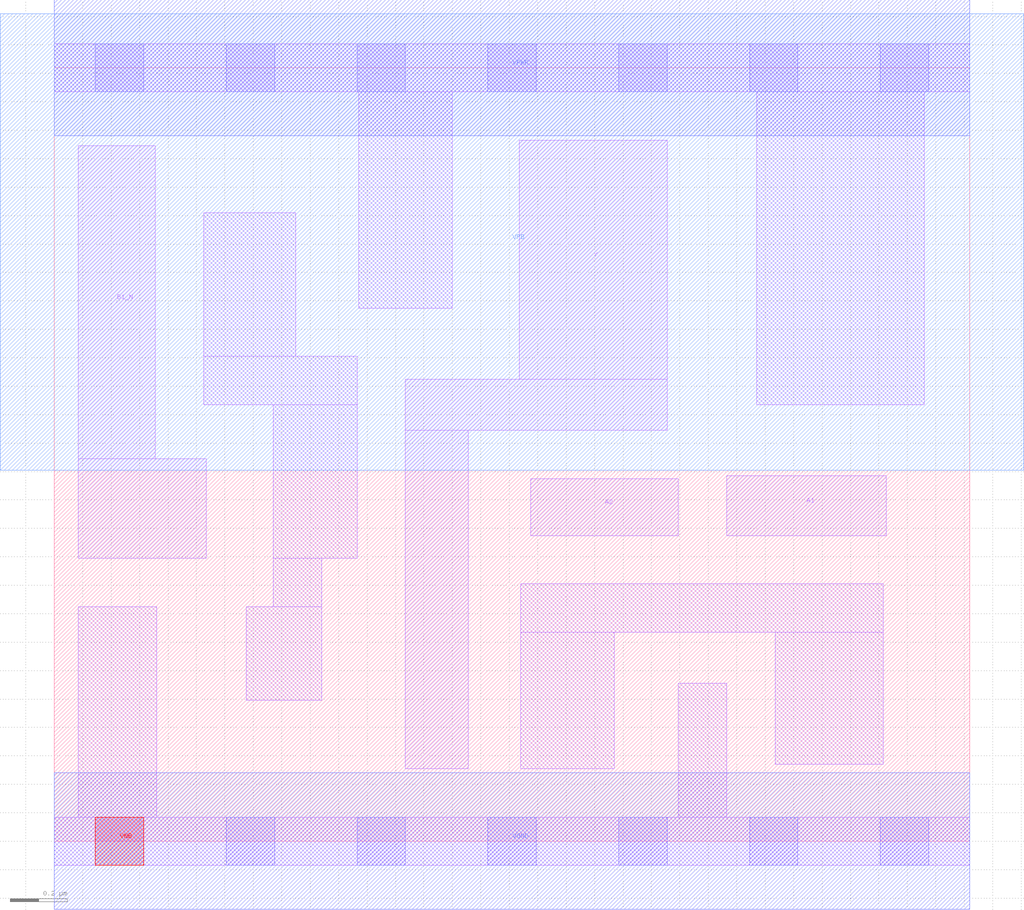
<source format=lef>
# Copyright 2020 The SkyWater PDK Authors
#
# Licensed under the Apache License, Version 2.0 (the "License");
# you may not use this file except in compliance with the License.
# You may obtain a copy of the License at
#
#     https://www.apache.org/licenses/LICENSE-2.0
#
# Unless required by applicable law or agreed to in writing, software
# distributed under the License is distributed on an "AS IS" BASIS,
# WITHOUT WARRANTIES OR CONDITIONS OF ANY KIND, either express or implied.
# See the License for the specific language governing permissions and
# limitations under the License.
#
# SPDX-License-Identifier: Apache-2.0

VERSION 5.7 ;
  NOWIREEXTENSIONATPIN ON ;
  DIVIDERCHAR "/" ;
  BUSBITCHARS "[]" ;
PROPERTYDEFINITIONS
  MACRO maskLayoutSubType STRING ;
  MACRO prCellType STRING ;
  MACRO originalViewName STRING ;
END PROPERTYDEFINITIONS
MACRO sky130_fd_sc_hdll__o21bai_1
  CLASS CORE ;
  FOREIGN sky130_fd_sc_hdll__o21bai_1 ;
  ORIGIN  0.000000  0.000000 ;
  SIZE  3.220000 BY  2.720000 ;
  SYMMETRY X Y R90 ;
  SITE unithd ;
  PIN A1
    ANTENNAGATEAREA  0.277500 ;
    DIRECTION INPUT ;
    USE SIGNAL ;
    PORT
      LAYER li1 ;
        RECT 2.365000 1.075000 2.925000 1.285000 ;
    END
  END A1
  PIN A2
    ANTENNAGATEAREA  0.277500 ;
    DIRECTION INPUT ;
    USE SIGNAL ;
    PORT
      LAYER li1 ;
        RECT 1.675000 1.075000 2.195000 1.275000 ;
    END
  END A2
  PIN B1_N
    ANTENNAGATEAREA  0.138600 ;
    DIRECTION INPUT ;
    USE SIGNAL ;
    PORT
      LAYER li1 ;
        RECT 0.085000 0.995000 0.535000 1.345000 ;
        RECT 0.085000 1.345000 0.355000 2.445000 ;
    END
  END B1_N
  PIN VNB
    PORT
      LAYER pwell ;
        RECT 0.145000 -0.085000 0.315000 0.085000 ;
    END
  END VNB
  PIN VPB
    PORT
      LAYER nwell ;
        RECT -0.190000 1.305000 3.410000 2.910000 ;
    END
  END VPB
  PIN Y
    ANTENNADIFFAREA  0.521500 ;
    DIRECTION OUTPUT ;
    USE SIGNAL ;
    PORT
      LAYER li1 ;
        RECT 1.235000 0.255000 1.455000 1.445000 ;
        RECT 1.235000 1.445000 2.155000 1.625000 ;
        RECT 1.635000 1.625000 2.155000 2.465000 ;
    END
  END Y
  PIN VGND
    DIRECTION INOUT ;
    USE GROUND ;
    PORT
      LAYER met1 ;
        RECT 0.000000 -0.240000 3.220000 0.240000 ;
    END
  END VGND
  PIN VPWR
    DIRECTION INOUT ;
    USE POWER ;
    PORT
      LAYER met1 ;
        RECT 0.000000 2.480000 3.220000 2.960000 ;
    END
  END VPWR
  OBS
    LAYER li1 ;
      RECT 0.000000 -0.085000 3.220000 0.085000 ;
      RECT 0.000000  2.635000 3.220000 2.805000 ;
      RECT 0.085000  0.085000 0.360000 0.825000 ;
      RECT 0.525000  1.535000 1.065000 1.705000 ;
      RECT 0.525000  1.705000 0.850000 2.210000 ;
      RECT 0.675000  0.495000 0.940000 0.825000 ;
      RECT 0.770000  0.825000 0.940000 0.995000 ;
      RECT 0.770000  0.995000 1.065000 1.535000 ;
      RECT 1.070000  1.875000 1.400000 2.635000 ;
      RECT 1.640000  0.255000 1.970000 0.735000 ;
      RECT 1.640000  0.735000 2.915000 0.905000 ;
      RECT 2.195000  0.085000 2.365000 0.555000 ;
      RECT 2.470000  1.535000 3.060000 2.635000 ;
      RECT 2.535000  0.270000 2.915000 0.735000 ;
    LAYER mcon ;
      RECT 0.145000 -0.085000 0.315000 0.085000 ;
      RECT 0.145000  2.635000 0.315000 2.805000 ;
      RECT 0.605000 -0.085000 0.775000 0.085000 ;
      RECT 0.605000  2.635000 0.775000 2.805000 ;
      RECT 1.065000 -0.085000 1.235000 0.085000 ;
      RECT 1.065000  2.635000 1.235000 2.805000 ;
      RECT 1.525000 -0.085000 1.695000 0.085000 ;
      RECT 1.525000  2.635000 1.695000 2.805000 ;
      RECT 1.985000 -0.085000 2.155000 0.085000 ;
      RECT 1.985000  2.635000 2.155000 2.805000 ;
      RECT 2.445000 -0.085000 2.615000 0.085000 ;
      RECT 2.445000  2.635000 2.615000 2.805000 ;
      RECT 2.905000 -0.085000 3.075000 0.085000 ;
      RECT 2.905000  2.635000 3.075000 2.805000 ;
  END
  PROPERTY maskLayoutSubType "abstract" ;
  PROPERTY prCellType "standard" ;
  PROPERTY originalViewName "layout" ;
END sky130_fd_sc_hdll__o21bai_1
END LIBRARY

</source>
